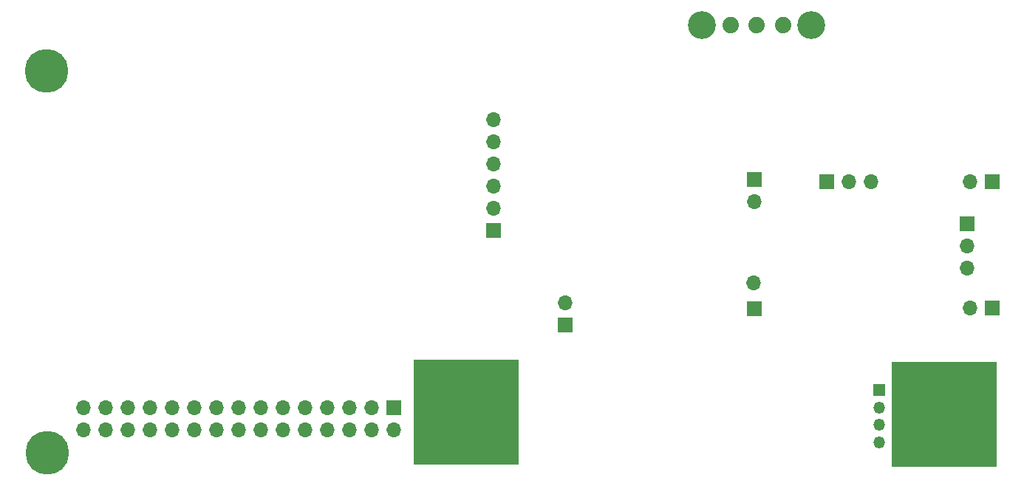
<source format=gbs>
G04 #@! TF.GenerationSoftware,KiCad,Pcbnew,7.99.0-unknown-c07e9c834f~172~ubuntu22.04.1*
G04 #@! TF.CreationDate,2023-09-07T22:01:39+09:00*
G04 #@! TF.ProjectId,bGeigieZen V3.0.0,62476569-6769-4655-9a65-6e2056332e30,V2.1.2*
G04 #@! TF.SameCoordinates,Original*
G04 #@! TF.FileFunction,Soldermask,Bot*
G04 #@! TF.FilePolarity,Negative*
%FSLAX46Y46*%
G04 Gerber Fmt 4.6, Leading zero omitted, Abs format (unit mm)*
G04 Created by KiCad (PCBNEW 7.99.0-unknown-c07e9c834f~172~ubuntu22.04.1) date 2023-09-07 22:01:39*
%MOMM*%
%LPD*%
G01*
G04 APERTURE LIST*
%ADD10R,1.700000X1.700000*%
%ADD11O,1.700000X1.700000*%
%ADD12C,1.879600*%
%ADD13C,3.203200*%
%ADD14C,5.000000*%
%ADD15R,1.350000X1.350000*%
%ADD16O,1.350000X1.350000*%
%ADD17C,2.743200*%
%ADD18R,12.000000X12.000000*%
G04 APERTURE END LIST*
D10*
X141452600Y-116407000D03*
D11*
X141452600Y-118947000D03*
X138912600Y-116407000D03*
X138912600Y-118947000D03*
X136372600Y-116407000D03*
X136372600Y-118947000D03*
X133832600Y-116407000D03*
X133832600Y-118947000D03*
X131292600Y-116407000D03*
X131292600Y-118947000D03*
X128752600Y-116407000D03*
X128752600Y-118947000D03*
X126212600Y-116407000D03*
X126212600Y-118947000D03*
X123672600Y-116407000D03*
X123672600Y-118947000D03*
X121132600Y-116407000D03*
X121132600Y-118947000D03*
X118592600Y-116407000D03*
X118592600Y-118947000D03*
X116052600Y-116407000D03*
X116052600Y-118947000D03*
X113512600Y-116407000D03*
X113512600Y-118947000D03*
X110972600Y-116407000D03*
X110972600Y-118947000D03*
X108432600Y-116407000D03*
X108432600Y-118947000D03*
X105892600Y-116407000D03*
X105892600Y-118947000D03*
D10*
X210033000Y-90499000D03*
D11*
X207493000Y-90499000D03*
D10*
X152882600Y-96087000D03*
D11*
X152882600Y-93547000D03*
X152882600Y-91007000D03*
X152882600Y-88467000D03*
X152882600Y-85927000D03*
X152882600Y-83387000D03*
D12*
X186029600Y-72592000D03*
X183029600Y-72592000D03*
X180029600Y-72592000D03*
D13*
X189279600Y-72592000D03*
X176779600Y-72592000D03*
D10*
X210037600Y-104977000D03*
D11*
X207497600Y-104977000D03*
D14*
X101608000Y-77830000D03*
D10*
X161121600Y-106925000D03*
D11*
X161121600Y-104385000D03*
D10*
X191067600Y-90470000D03*
D11*
X193607600Y-90470000D03*
X196147600Y-90470000D03*
D10*
X207108000Y-95330000D03*
D11*
X207108000Y-97870000D03*
X207108000Y-100410000D03*
D10*
X182727600Y-105104000D03*
D11*
X182632043Y-102138500D03*
D14*
X101737600Y-121560000D03*
D15*
X197078600Y-114375000D03*
D16*
X197078600Y-116375000D03*
X197078600Y-118375000D03*
X197078600Y-120375000D03*
D10*
X182727600Y-90245000D03*
D11*
X182727600Y-92785000D03*
D17*
X207925600Y-117150000D03*
D18*
X204497600Y-117150000D03*
X149697600Y-116940000D03*
D17*
X153417600Y-119670000D03*
X153417600Y-114590000D03*
X146669600Y-117130000D03*
X201177600Y-114610000D03*
X201177600Y-119690000D03*
M02*

</source>
